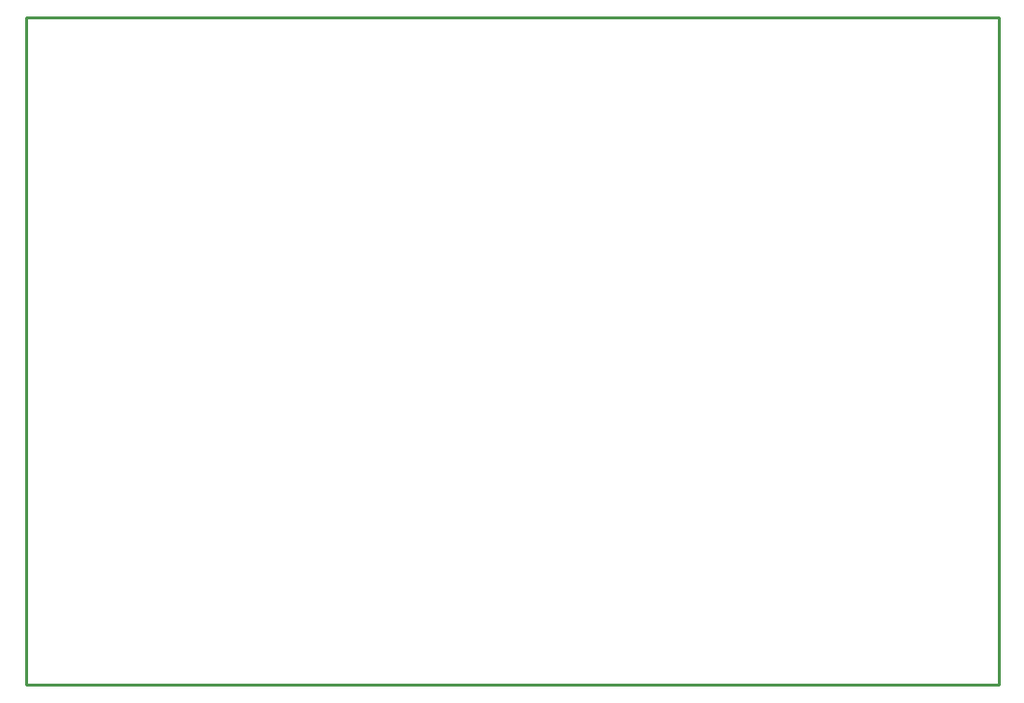
<source format=gbr>
G04 start of page 4 for group 2 idx 2 *
G04 Title: (unknown), outline *
G04 Creator: pcb 4.0.2 *
G04 CreationDate: Sat May 14 18:06:43 2022 UTC *
G04 For: railfan *
G04 Format: Gerber/RS-274X *
G04 PCB-Dimensions (mil): 3350.00 2300.00 *
G04 PCB-Coordinate-Origin: lower left *
%MOIN*%
%FSLAX25Y25*%
%LNOUTLINE*%
%ADD45C,0.0100*%
G54D45*X0Y230000D02*X335000D01*
Y0D01*
X0D01*
Y230000D01*
M02*

</source>
